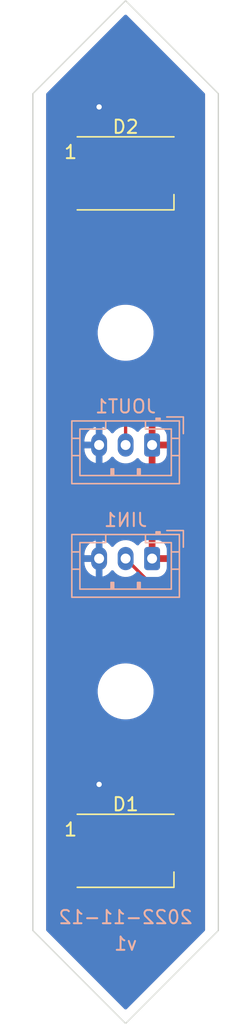
<source format=kicad_pcb>
(kicad_pcb (version 20211014) (generator pcbnew)
  (layers (0 "F.Cu" signal) (31 "B.Cu" signal) (34 "B.Paste" user) (35 "F.Paste" user) (36 "B.SilkS" user "B.Silkscreen") (37 "F.SilkS" user "F.Silkscreen") (38 "B.Mask" user) (39 "F.Mask" user) (44 "Edge.Cuts" user))
  (net 0 "")
  (net 1 "VDD")
  (net 2 "Net-(D1-Pad2)")
  (net 3 "VSS")
  (net 4 "Net-(D1-Pad4)")
  (net 5 "Net-(D2-Pad2)")
  (footprint "MountingHole:MountingHole_3.2mm_M3" (layer "F.Cu") (at 143 104)
    (fp_text reference "REF**" hide)
    (fp_text value "MountingHole_3.2mm_M3")
    (pad "" np_thru_hole circle (at 0 0) (size 3.2 3.2) (drill 3.2) (layers *.Cu *.Mask))
  )
  (footprint "MountingHole:MountingHole_3.2mm_M3" (layer "F.Cu") (at 143 77)
    (fp_text reference "REF**" hide)
    (fp_text value "MountingHole_3.2mm_M3")
    (pad "" np_thru_hole circle (at 0 0) (size 3.2 3.2) (drill 3.2) (layers *.Cu *.Mask))
  )
  (footprint "LED_SMD:LED_WS2812B_PLCC4_5.0x5.0mm_P3.2mm" (layer "F.Cu") (at 143 65)
    (fp_text reference "D2" (at 0 -3.5) (layer "F.SilkS"))
    (fp_text value "WS2812B")
    (fp_text user "1" (at -4.15 -1.6) (layer "F.SilkS"))
    (fp_line (start -3.65 2.75) (end 3.65 2.75) (layer "F.SilkS") (width 0.12))
    (fp_line (start 3.65 2.75) (end 3.65 1.6) (layer "F.SilkS") (width 0.12))
    (fp_line (start -3.65 -2.75) (end 3.65 -2.75) (layer "F.SilkS") (width 0.12))
    (pad "1" smd rect (at -2.45 -1.6) (size 1.5 1) (layers "F.Cu" "F.Paste" "F.Mask") (net 1 "VDD"))
    (pad "2" smd rect (at -2.45 1.6) (size 1.5 1) (layers "F.Cu" "F.Paste" "F.Mask") (net 5 "Net-(D2-Pad2)"))
    (pad "3" smd rect (at 2.45 1.6) (size 1.5 1) (layers "F.Cu" "F.Paste" "F.Mask") (net 3 "VSS"))
    (pad "4" smd rect (at 2.45 -1.6) (size 1.5 1) (layers "F.Cu" "F.Paste" "F.Mask") (net 2 "Net-(D1-Pad2)"))
  )
  (footprint "LED_SMD:LED_WS2812B_PLCC4_5.0x5.0mm_P3.2mm" (layer "F.Cu") (at 143 116)
    (fp_text reference "D1" (at 0 -3.5) (layer "F.SilkS"))
    (fp_text value "WS2812B")
    (fp_text user "1" (at -4.15 -1.6) (layer "F.SilkS"))
    (fp_line (start -3.65 2.75) (end 3.65 2.75) (layer "F.SilkS") (width 0.12))
    (fp_line (start 3.65 2.75) (end 3.65 1.6) (layer "F.SilkS") (width 0.12))
    (fp_line (start -3.65 -2.75) (end 3.65 -2.75) (layer "F.SilkS") (width 0.12))
    (pad "1" smd rect (at -2.45 -1.6) (size 1.5 1) (layers "F.Cu" "F.Paste" "F.Mask") (net 1 "VDD"))
    (pad "2" smd rect (at -2.45 1.6) (size 1.5 1) (layers "F.Cu" "F.Paste" "F.Mask") (net 2 "Net-(D1-Pad2)"))
    (pad "3" smd rect (at 2.45 1.6) (size 1.5 1) (layers "F.Cu" "F.Paste" "F.Mask") (net 3 "VSS"))
    (pad "4" smd rect (at 2.45 -1.6) (size 1.5 1) (layers "F.Cu" "F.Paste" "F.Mask") (net 4 "Net-(D1-Pad4)"))
  )
  (footprint "Connector_JST:JST_PH_B3B-PH-K_1x03_P2.00mm_Vertical" (layer "B.Cu") (at 145 94 180)
    (fp_text reference "JIN1" (at 2 2.9) (layer "B.SilkS") (effects (justify mirror)))
    (fp_text value "Conn_01x03_Male")
    (fp_line (start 2.9 -2.3) (end 2.9 -1.8) (layer "B.SilkS") (width 0.12))
    (fp_line (start 0.5 1.2) (end -1.45 1.2) (layer "B.SilkS") (width 0.12))
    (fp_line (start 0.5 1.81) (end 0.5 1.2) (layer "B.SilkS") (width 0.12))
    (fp_line (start -2.06 -0.8) (end -1.45 -0.8) (layer "B.SilkS") (width 0.12))
    (fp_line (start -2.06 1.81) (end -2.06 -2.91) (layer "B.SilkS") (width 0.12))
    (fp_line (start 3.1 -1.8) (end 3.1 -2.3) (layer "B.SilkS") (width 0.12))
    (fp_line (start 6.06 -2.91) (end 6.06 1.81) (layer "B.SilkS") (width 0.12))
    (fp_line (start 1.1 -1.8) (end 1.1 -2.3) (layer "B.SilkS") (width 0.12))
    (fp_line (start -1.45 1.2) (end -1.45 -2.3) (layer "B.SilkS") (width 0.12))
    (fp_line (start 1 -2.3) (end 1 -1.8) (layer "B.SilkS") (width 0.12))
    (fp_line (start 0.9 -1.8) (end 1.1 -1.8) (layer "B.SilkS") (width 0.12))
    (fp_line (start 5.45 1.2) (end 3.5 1.2) (layer "B.SilkS") (width 0.12))
    (fp_line (start -0.3 1.81) (end -0.3 2.01) (layer "B.SilkS") (width 0.12))
    (fp_line (start 6.06 -0.8) (end 5.45 -0.8) (layer "B.SilkS") (width 0.12))
    (fp_line (start -2.06 -2.91) (end 6.06 -2.91) (layer "B.SilkS") (width 0.12))
    (fp_line (start -2.36 2.11) (end -2.36 0.86) (layer "B.SilkS") (width 0.12))
    (fp_line (start 3 -2.3) (end 3 -1.8) (layer "B.SilkS") (width 0.12))
    (fp_line (start 5.45 -2.3) (end 5.45 1.2) (layer "B.SilkS") (width 0.12))
    (fp_line (start 6.06 0.5) (end 5.45 0.5) (layer "B.SilkS") (width 0.12))
    (fp_line (start 6.06 1.81) (end -2.06 1.81) (layer "B.SilkS") (width 0.12))
    (fp_line (start -0.3 1.91) (end -0.6 1.91) (layer "B.SilkS") (width 0.12))
    (fp_line (start -1.11 2.11) (end -2.36 2.11) (layer "B.SilkS") (width 0.12))
    (fp_line (start 0.9 -2.3) (end 0.9 -1.8) (layer "B.SilkS") (width 0.12))
    (fp_line (start -2.06 0.5) (end -1.45 0.5) (layer "B.SilkS") (width 0.12))
    (fp_line (start 3.5 1.2) (end 3.5 1.81) (layer "B.SilkS") (width 0.12))
    (fp_line (start 2.9 -1.8) (end 3.1 -1.8) (layer "B.SilkS") (width 0.12))
    (fp_line (start -1.45 -2.3) (end 5.45 -2.3) (layer "B.SilkS") (width 0.12))
    (fp_line (start -0.3 2.01) (end -0.6 2.01) (layer "B.SilkS") (width 0.12))
    (fp_line (start -0.6 2.01) (end -0.6 1.81) (layer "B.SilkS") (width 0.12))
    (pad "1" thru_hole roundrect (at 0 0 180) (size 1.2 1.75) (drill 0.75) (layers *.Cu *.Mask) (roundrect_rratio 0.2083333333) (net 3 "VSS"))
    (pad "2" thru_hole oval (at 2 0 180) (size 1.2 1.75) (drill 0.75) (layers *.Cu *.Mask) (net 4 "Net-(D1-Pad4)"))
    (pad "3" thru_hole oval (at 4 0 180) (size 1.2 1.75) (drill 0.75) (layers *.Cu *.Mask) (net 1 "VDD"))
  )
  (footprint "Connector_JST:JST_PH_B3B-PH-K_1x03_P2.00mm_Vertical" (layer "B.Cu") (at 145 85.45 180)
    (fp_text reference "JOUT1" (at 2 2.9) (layer "B.SilkS") (effects (justify mirror)))
    (fp_text value "Conn_01x03_Male")
    (fp_line (start -2.36 2.11) (end -2.36 0.86) (layer "B.SilkS") (width 0.12))
    (fp_line (start 5.45 1.2) (end 3.5 1.2) (layer "B.SilkS") (width 0.12))
    (fp_line (start 5.45 -2.3) (end 5.45 1.2) (layer "B.SilkS") (width 0.12))
    (fp_line (start -2.06 -2.91) (end 6.06 -2.91) (layer "B.SilkS") (width 0.12))
    (fp_line (start 3.5 1.2) (end 3.5 1.81) (layer "B.SilkS") (width 0.12))
    (fp_line (start 6.06 1.81) (end -2.06 1.81) (layer "B.SilkS") (width 0.12))
    (fp_line (start 0.5 1.81) (end 0.5 1.2) (layer "B.SilkS") (width 0.12))
    (fp_line (start 6.06 -2.91) (end 6.06 1.81) (layer "B.SilkS") (width 0.12))
    (fp_line (start -1.11 2.11) (end -2.36 2.11) (layer "B.SilkS") (width 0.12))
    (fp_line (start 6.06 -0.8) (end 5.45 -0.8) (layer "B.SilkS") (width 0.12))
    (fp_line (start 6.06 0.5) (end 5.45 0.5) (layer "B.SilkS") (width 0.12))
    (fp_line (start 2.9 -2.3) (end 2.9 -1.8) (layer "B.SilkS") (width 0.12))
    (fp_line (start -1.45 1.2) (end -1.45 -2.3) (layer "B.SilkS") (width 0.12))
    (fp_line (start 1.1 -1.8) (end 1.1 -2.3) (layer "B.SilkS") (width 0.12))
    (fp_line (start 3 -2.3) (end 3 -1.8) (layer "B.SilkS") (width 0.12))
    (fp_line (start -0.3 1.91) (end -0.6 1.91) (layer "B.SilkS") (width 0.12))
    (fp_line (start 0.9 -1.8) (end 1.1 -1.8) (layer "B.SilkS") (width 0.12))
    (fp_line (start -0.3 1.81) (end -0.3 2.01) (layer "B.SilkS") (width 0.12))
    (fp_line (start -0.3 2.01) (end -0.6 2.01) (layer "B.SilkS") (width 0.12))
    (fp_line (start -0.6 2.01) (end -0.6 1.81) (layer "B.SilkS") (width 0.12))
    (fp_line (start 0.9 -2.3) (end 0.9 -1.8) (layer "B.SilkS") (width 0.12))
    (fp_line (start -1.45 -2.3) (end 5.45 -2.3) (layer "B.SilkS") (width 0.12))
    (fp_line (start -2.06 1.81) (end -2.06 -2.91) (layer "B.SilkS") (width 0.12))
    (fp_line (start 0.5 1.2) (end -1.45 1.2) (layer "B.SilkS") (width 0.12))
    (fp_line (start 1 -2.3) (end 1 -1.8) (layer "B.SilkS") (width 0.12))
    (fp_line (start -2.06 -0.8) (end -1.45 -0.8) (layer "B.SilkS") (width 0.12))
    (fp_line (start 3.1 -1.8) (end 3.1 -2.3) (layer "B.SilkS") (width 0.12))
    (fp_line (start -2.06 0.5) (end -1.45 0.5) (layer "B.SilkS") (width 0.12))
    (fp_line (start 2.9 -1.8) (end 3.1 -1.8) (layer "B.SilkS") (width 0.12))
    (pad "1" thru_hole roundrect (at 0 0 180) (size 1.2 1.75) (drill 0.75) (layers *.Cu *.Mask) (roundrect_rratio 0.2083333333) (net 3 "VSS"))
    (pad "2" thru_hole oval (at 2 0 180) (size 1.2 1.75) (drill 0.75) (layers *.Cu *.Mask) (net 5 "Net-(D2-Pad2)"))
    (pad "3" thru_hole oval (at 4 0 180) (size 1.2 1.75) (drill 0.75) (layers *.Cu *.Mask) (net 1 "VDD"))
  )
  (gr_poly (pts (xy 150 59) (xy 150 122) (xy 143 129) (xy 136 122) (xy 136 59) (xy 143 52)) (layer "Edge.Cuts") (width 0.1) (fill none))
  (gr_text "2022-11-12" (at 143 121) (layer "B.SilkS") (effects (font (size 1 1)) (justify mirror)))
  (gr_text "v1" (at 143 123) (layer "B.SilkS") (effects (font (size 1 1)) (justify mirror)))
  (segment (start 140.55 111.45) (end 141 111) (width 1) (layer "F.Cu") (net 1))
  (segment (start 140.55 60.45) (end 141 60) (width 1) (layer "F.Cu") (net 1))
  (segment (start 140.55 63.4) (end 140.55 60.45) (width 1) (layer "F.Cu") (net 1))
  (segment (start 140.55 114.4) (end 140.55 111.45) (width 1) (layer "F.Cu") (net 1))
  (via (at 141 111) (size 0.8) (drill 0.4) (layers "F.Cu" "B.Cu") (net 1))
  (via (at 141 60) (size 0.8) (drill 0.4) (layers "F.Cu" "B.Cu") (net 1))
  (segment (start 143.85 65) (end 145.45 63.4) (width 0.25) (layer "F.Cu") (net 2))
  (segment (start 140.55 117.6) (end 139 116.05) (width 0.25) (layer "F.Cu") (net 2))
  (segment (start 139 66) (end 140 65) (width 0.25) (layer "F.Cu") (net 2))
  (segment (start 139 116.05) (end 139 66) (width 0.25) (layer "F.Cu") (net 2))
  (segment (start 140 65) (end 143.85 65) (width 0.25) (layer "F.Cu") (net 2))
  (segment (start 145.45 114.4) (end 145.45 96.45) (width 0.25) (layer "F.Cu") (net 4))
  (segment (start 145.45 96.45) (end 143 94) (width 0.25) (layer "F.Cu") (net 4))
  (segment (start 140.55 66.6) (end 140.55 67.55) (width 0.25) (layer "F.Cu") (net 5))
  (segment (start 140.55 67.55) (end 148 75) (width 0.25) (layer "F.Cu") (net 5))
  (segment (start 143 83) (end 143 85.45) (width 0.25) (layer "F.Cu") (net 5))
  (segment (start 148 78) (end 143 83) (width 0.25) (layer "F.Cu") (net 5))
  (segment (start 148 75) (end 148 78) (width 0.25) (layer "F.Cu") (net 5))
  (zone (net 3) (net_name "VSS") (layer "F.Cu") (connect_pads (clearance 0.508)) (min_thickness 0.254) (fill yes (thermal_gap 0.508) (thermal_bridge_width 0.508))
    (polygon (pts (xy 149 59) (xy 149 122) (xy 143 128) (xy 137 122) (xy 137 59) (xy 143 53)))
  )
  (zone (net 1) (net_name "VDD") (layer "B.Cu") (connect_pads (clearance 0.508)) (min_thickness 0.254) (fill yes (thermal_gap 0.508) (thermal_bridge_width 0.508))
    (polygon (pts (xy 149 59) (xy 149 122) (xy 143 128) (xy 137 122) (xy 137 59) (xy 143 53)))
  )
)
</source>
